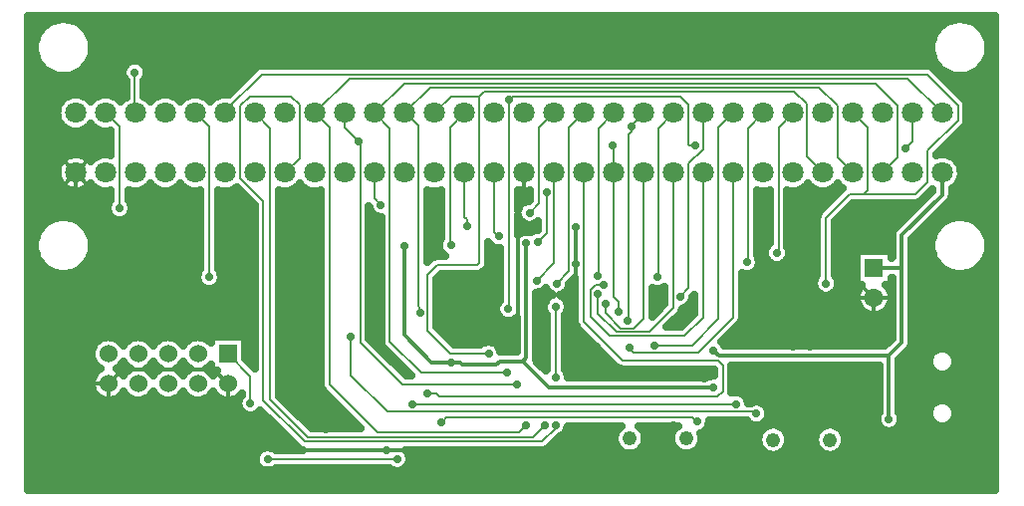
<source format=gbr>
G04 DipTrace 3.3.1.3*
G04 Bottom.gbr*
%MOIN*%
G04 #@! TF.FileFunction,Copper,L2,Bot*
G04 #@! TF.Part,Single*
G04 #@! TA.AperFunction,Conductor*
%ADD14C,0.011811*%
%ADD15C,0.005906*%
G04 #@! TA.AperFunction,CopperBalancing*
%ADD16C,0.025*%
%ADD17C,0.012992*%
G04 #@! TA.AperFunction,ComponentPad*
%ADD20R,0.062992X0.062992*%
%ADD21C,0.062992*%
%ADD23C,0.070866*%
%ADD27C,0.06*%
%ADD28R,0.06X0.06*%
%ADD35C,0.048*%
G04 #@! TA.AperFunction,ViaPad*
%ADD36C,0.027559*%
%FSLAX26Y26*%
G04*
G70*
G90*
G75*
G01*
G04 Bottom*
%LPD*%
X2718790Y768718D2*
D14*
X2168530D1*
X2080709Y856539D1*
X2003445D1*
X1992618Y845713D1*
X1877982D1*
X1870108Y853587D1*
X1840551D1*
X2080709Y856539D2*
X2092520Y868350D1*
Y1250591D1*
X1840551Y853587D2*
X1774379D1*
X1683858Y944108D1*
Y1242717D1*
X2718790Y893718D2*
X2737541Y874967D1*
X3306290D1*
X3349559Y918236D1*
Y1168701D1*
Y1277550D1*
X3484753Y1412744D1*
Y1487297D1*
X3306290Y874967D2*
Y662467D1*
X3349559Y1168701D2*
X3256201D1*
X2160958Y1423375D2*
D15*
Y1285794D1*
X2131472Y1256308D1*
X2784753Y1487297D2*
Y1003430D1*
X2668256Y886933D1*
X2452240D1*
X2437992Y901181D1*
X1584753Y1487297D2*
Y1400650D1*
X1606240Y1379163D1*
X2684753Y1487297D2*
Y1003430D1*
X2622946Y941623D1*
X2369948D1*
X2307264Y1004307D1*
Y1095850D1*
X2323957Y1112543D1*
X2350245D1*
X2584753Y1487297D2*
Y1035703D1*
X2503173Y954123D1*
X2394948D1*
X2332487Y1016584D1*
Y1080710D1*
X2190945Y801378D2*
Y1039148D1*
X2190213Y641613D2*
Y633727D1*
X2143974Y587488D1*
X1350140D1*
X1212539Y725089D1*
Y1390778D1*
X1135865Y1467453D1*
Y1713222D1*
X1166361Y1743718D1*
X1306290D1*
X1334337Y1715671D1*
Y1536881D1*
X1284753Y1487297D1*
X2356546Y1050171D2*
Y1017524D1*
X2407446Y966623D1*
X2451197D1*
X2484753Y1000180D1*
Y1487297D1*
X2401197Y1022873D2*
Y1054123D1*
X2384753Y1070567D1*
Y1487297D1*
Y1579123D1*
X2382446D1*
X2432446Y991623D2*
X2435453D1*
Y1616630D1*
X2443790Y1624967D1*
Y1643718D1*
Y1644782D1*
X2486304Y1687297D1*
X2484753D1*
X2584753D2*
X2533272Y1635815D1*
Y1137469D1*
X2531290D1*
X2684753Y1687297D2*
Y1565930D1*
X2636100Y1517277D1*
Y1101526D1*
X2607446Y1072873D1*
X2784753Y1687297D2*
X2735190Y1637734D1*
Y997618D1*
X2647946Y910374D1*
X2519948D1*
X2884753Y1687297D2*
X2834345Y1636888D1*
Y1187469D1*
X2831290D1*
X2984753Y1687297D2*
X2936504Y1639047D1*
Y1218718D1*
X2931290D1*
X782446Y1822873D2*
Y1687297D1*
X784753D1*
X1031290Y1137469D2*
Y1640760D1*
X984753Y1687297D1*
X1762541Y749967D2*
Y748799D1*
X1791413D1*
X1800039Y737469D1*
X2731291D1*
X2750039Y756217D1*
Y843718D1*
X2734600Y859157D1*
X2414913D1*
X2284753Y989318D1*
Y1487297D1*
X2194948Y1116623D2*
X2235672Y1157348D1*
Y1638215D1*
X2284753Y1687297D1*
X1894201Y1309194D2*
Y1330807D1*
X1884753Y1340255D1*
Y1487297D1*
X1784753Y1687297D2*
X1841175Y1743718D1*
X1934542D1*
X1951184Y1760360D1*
X2988711D1*
X3031290Y1717781D1*
Y1540760D1*
X3084753Y1487297D1*
X1934542Y1743718D2*
X1935787D1*
Y1185735D1*
X1929138Y1179085D1*
X1794924D1*
X1760630Y1144791D1*
Y960209D1*
X1838709Y882130D1*
X1966535D1*
X1684753Y1687297D2*
X1690133D1*
X1732748Y1644681D1*
Y1045022D1*
X1737992Y1019996D1*
X1684753Y1687297D2*
X1685573D1*
X1771803Y1773526D1*
X3072877D1*
X3134539Y1711864D1*
Y1537510D1*
X3184753Y1487297D1*
X2029528Y817533D2*
X1740239D1*
X1635966Y921806D1*
Y1636084D1*
X1584753Y1687297D1*
X1684047Y1786591D1*
X3262203D1*
X3335168Y1713626D1*
Y1537711D1*
X3284753Y1487297D1*
X2061024Y777799D2*
X1678909D1*
X1536852Y919857D1*
Y1593718D1*
X1531290D1*
X1484753Y1640255D1*
Y1687297D1*
X2092520Y643013D2*
X2068224Y618718D1*
X1593790D1*
X1434790Y777718D1*
Y1637260D1*
X1384753Y1687297D1*
X1500297Y1802840D1*
X3369210D1*
X3484753Y1687297D1*
X2659185Y1579995D2*
X2637825D1*
X2635134Y1582686D1*
Y1716539D1*
X2607955Y1743718D1*
X2048039D1*
X2034932Y1730610D1*
X3360630Y1568385D2*
X3384753Y1592508D1*
Y1687297D1*
X2034932Y1730610D2*
X2034881D1*
Y1031811D1*
X2032480D1*
X1184753Y1687297D2*
X1236049Y1636001D1*
Y727297D1*
X1361377Y601969D1*
X2115588D1*
X2155512Y641892D1*
X1084753Y1687297D2*
Y1693929D1*
X1207702Y1816878D1*
X3433024D1*
X3536799Y1713102D1*
Y1663067D1*
X3434661Y1560929D1*
Y1455888D1*
X3393486Y1414713D1*
X3221584D1*
X3173430D1*
X3094948Y1336230D1*
Y1116623D1*
X3221584Y1414713D2*
X3234205Y1427333D1*
Y1639260D1*
X3186168Y1687297D1*
X3184753D1*
X584753Y1487297D2*
D14*
Y1402881D1*
X631201Y1356433D1*
Y800125D1*
X650125Y781201D1*
X693701D1*
X1795374Y1126575D2*
X1872047Y1049902D1*
Y958972D1*
X1900710Y484563D2*
X1949899Y435374D1*
X2231230D1*
X2757446D1*
X1619529Y500245D2*
X1645315D1*
X1660997Y484563D1*
X1900710D1*
X1093701Y781201D2*
Y552799D1*
X1135773Y510727D1*
X1146255Y500245D1*
X1619529D1*
X693701Y781201D2*
X741417Y828917D1*
X1045984D1*
X1093701Y781201D1*
X2063919Y1283642D2*
Y1371293D1*
X2084753Y1392127D1*
Y1487297D1*
X1872047Y958972D2*
X2040354D1*
X2063919Y982537D1*
Y1283642D1*
X2687541Y799967D2*
X2600007D1*
X2581273Y818701D1*
X2386619D1*
X2259325Y945995D1*
Y1181769D1*
X2258773Y1306218D2*
Y1181769D1*
X2259325D1*
X2544948Y816623D2*
X2581273D1*
Y818701D1*
X1093701Y781201D2*
Y735845D1*
X1203829Y625717D1*
X1271803Y557743D1*
X1624533D1*
Y558573D1*
X2202568D1*
X2237734Y593739D1*
Y596911D1*
X2251197Y610374D1*
X3276197Y816623D2*
X3230327Y770753D1*
Y757181D1*
X3231290Y756218D1*
X3012539Y524969D2*
Y664626D1*
X3104131Y756218D1*
X3231290D1*
X2757446Y435374D2*
X3274966D1*
X3346199Y506608D1*
X3182310Y1337206D2*
Y1142592D1*
X3256201Y1068701D1*
X1203219Y625106D2*
X1203829Y625717D1*
X731290Y1368718D2*
D15*
Y1640760D1*
X684753Y1687297D1*
X2332446Y1141623D2*
X2334295D1*
Y1636839D1*
X2384753Y1687297D1*
X2126885Y1126845D2*
X2184753Y1184714D1*
Y1487297D1*
X2103547Y1353240D2*
X2134896Y1384589D1*
Y1637440D1*
X2184753Y1687297D1*
X2793790Y712469D2*
X1712678D1*
Y712501D1*
X1169252Y715996D2*
Y805650D1*
X1093701Y881201D1*
X1506290Y937469D2*
Y808119D1*
X1626942Y687467D1*
X2862541D1*
Y681218D1*
X1984753Y1487297D2*
Y1290253D1*
X2000039Y1274967D1*
X1809055Y653453D2*
X1806290Y650688D1*
X2663697Y654123D2*
X2649102Y668718D1*
X1825041D1*
X1809776Y653453D1*
X1809055D1*
X1660782Y529150D2*
X1227723D1*
X1226924Y528350D1*
X1840551Y1244685D2*
X1837692D1*
Y1274816D1*
X1836373Y1276135D1*
Y1638916D1*
X1884753Y1687297D1*
D36*
X1135773Y510727D3*
X1809055Y653453D3*
X2663697Y654123D3*
X1809055Y653453D3*
X3012451Y1337451D3*
X2887451D3*
X3182310Y1337206D3*
X3476459Y1338176D3*
X3658816Y2010028D3*
X427003Y2010399D3*
Y427343D3*
X3661083Y426318D3*
X899950Y1274950D3*
X1131201D3*
X1781290Y1343718D3*
X1287451Y1362450D3*
X1399950Y1362451D3*
X1287451Y1187451D3*
X1399950D3*
X1281014Y978306D3*
X1381201Y918701D3*
X1574950Y1024951D3*
X2990438Y1082689D3*
X3276197Y816623D3*
X3492386Y990209D3*
X2782442Y951993D3*
X2983883Y843559D3*
X2687541Y799967D3*
X2259325Y1181769D3*
X2258773Y1306218D3*
X2162451Y987450D3*
Y849950D3*
X1203219Y625106D3*
X1624533Y558573D3*
X2157448Y1054123D3*
X2049950Y912451D3*
X1343701Y1274950D3*
X1593701D3*
X1781201D3*
X2251197Y610374D3*
X2984652Y904551D3*
X2544948Y816623D3*
X2537451Y1043701D3*
X2700441Y599197D3*
X3231290Y756218D3*
X3254961Y602483D3*
X3012539Y524969D3*
X1422942Y630370D3*
X1343890Y681248D3*
X2969205Y641787D3*
X2571366Y971073D3*
X3346199Y506608D3*
X1713143Y447764D3*
X1347752Y452970D3*
X956042Y643087D3*
X2327163Y904545D3*
X822165Y1187782D3*
X820356Y1361794D3*
X2584125Y640986D3*
X3041322Y903971D3*
X3040298Y843724D3*
X1840551Y853587D3*
X1683858Y1242717D3*
X2092520Y1250591D3*
X3306290Y662467D3*
X2718790Y768718D3*
Y893718D3*
X2131472Y1256308D3*
X2160958Y1423375D3*
X1606240Y1379163D3*
X2437992Y901181D3*
X2350245Y1112543D3*
X2332487Y1080710D3*
X2190945Y1039148D3*
Y801378D3*
X2190213Y641613D3*
X2356546Y1050171D3*
X2382446Y1579123D3*
X2401197Y1022873D3*
X2443790Y1643718D3*
X2432446Y991623D3*
X2531290Y1137469D3*
X2607446Y1072873D3*
X2519948Y910374D3*
X2831290Y1187469D3*
X2931290Y1218718D3*
X782446Y1822873D3*
X1031290Y1137469D3*
X1762541Y749967D3*
X2194948Y1116623D3*
X1894201Y1309194D3*
X1966535Y882130D3*
X1737992Y1019996D3*
X2029528Y817533D3*
X2061024Y777799D3*
X1531290Y1593718D3*
X2092520Y643013D3*
X2032480Y1031811D3*
X2659185Y1579995D3*
X3360630Y1568385D3*
X2034932Y1730610D3*
X2155512Y641892D3*
X3094948Y1116623D3*
X2862541Y681218D3*
X1506290Y937469D3*
X1712678Y712501D3*
X2793790Y712469D3*
X1619529Y500245D3*
X2063919Y1283642D3*
X1900710Y484563D3*
X1872047Y958972D3*
X2757446Y435374D3*
X1795374Y1126575D3*
X731290Y1368718D3*
X2332446Y1141623D3*
X2126885Y1126845D3*
X2103547Y1353240D3*
X1169252Y715996D3*
X2000039Y1274967D3*
X1226924Y528350D3*
X1660782Y529150D3*
X1840551Y1244685D3*
X427909Y1987597D2*
D16*
X491448D1*
X595954D2*
X3491474D1*
X3595945D2*
X3660381D1*
X427909Y1962728D2*
X464356D1*
X623047D2*
X3464381D1*
X3623037D2*
X3660381D1*
X427909Y1937860D2*
X451222D1*
X636181D2*
X3451211D1*
X3636171D2*
X3660381D1*
X427909Y1912991D2*
X446054D1*
X641348D2*
X3446045D1*
X3641337D2*
X3660381D1*
X427909Y1888122D2*
X447525D1*
X639877D2*
X3447551D1*
X3639866D2*
X3660381D1*
X427909Y1863253D2*
X456030D1*
X631373D2*
X3456020D1*
X3631362D2*
X3660381D1*
X427909Y1838385D2*
X474115D1*
X613286D2*
X742781D1*
X822097D2*
X1185089D1*
X3455638D2*
X3474105D1*
X3613277D2*
X3660381D1*
X427909Y1813516D2*
X518648D1*
X568755D2*
X740772D1*
X824106D2*
X1160185D1*
X3480541D2*
X3518638D1*
X3568744D2*
X3660381D1*
X427909Y1788647D2*
X750496D1*
X814382D2*
X1135318D1*
X3505408D2*
X3660381D1*
X427909Y1763778D2*
X750496D1*
X814382D2*
X1110450D1*
X3530277D2*
X3660381D1*
X427909Y1738909D2*
X548037D1*
X621469D2*
X648046D1*
X721478D2*
X748020D1*
X821487D2*
X848029D1*
X921461D2*
X948038D1*
X1021470D2*
X1048047D1*
X3555144D2*
X3660381D1*
X427909Y1714041D2*
X526399D1*
X3568744D2*
X3660381D1*
X427909Y1689172D2*
X520370D1*
X3568744D2*
X3660381D1*
X427909Y1664303D2*
X524748D1*
X3568744D2*
X3660381D1*
X427909Y1639434D2*
X542978D1*
X626564D2*
X642951D1*
X3557297D2*
X3660381D1*
X427909Y1614566D2*
X699361D1*
X3532429D2*
X3660381D1*
X427909Y1589697D2*
X699361D1*
X3507562D2*
X3660381D1*
X427909Y1564828D2*
X699361D1*
X3482694D2*
X3660381D1*
X427909Y1539959D2*
X549688D1*
X619818D2*
X649661D1*
X3519835D2*
X3660381D1*
X427909Y1515091D2*
X526902D1*
X3542584D2*
X3660381D1*
X427909Y1490222D2*
X520407D1*
X3549115D2*
X3660381D1*
X427909Y1465353D2*
X524353D1*
X3545168D2*
X3660381D1*
X427909Y1440484D2*
X541722D1*
X627783D2*
X641731D1*
X827802D2*
X841714D1*
X927776D2*
X941723D1*
X1327777D2*
X1341723D1*
X3027790D2*
X3041701D1*
X3127799D2*
X3141710D1*
X3527801D2*
X3660381D1*
X427909Y1415615D2*
X699361D1*
X763247D2*
X999353D1*
X1063239D2*
X1143571D1*
X1267993D2*
X1402835D1*
X1764702D2*
X1804415D1*
X2066811D2*
X2102934D1*
X2866276D2*
X2904551D1*
X2968437D2*
X3130192D1*
X3519655D2*
X3660381D1*
X427909Y1390747D2*
X695091D1*
X767517D2*
X999353D1*
X1063239D2*
X1168438D1*
X1267993D2*
X1402835D1*
X1764702D2*
X1804415D1*
X2066811D2*
X2086392D1*
X2866276D2*
X2904551D1*
X2968437D2*
X3105324D1*
X3511042D2*
X3660381D1*
X427909Y1365878D2*
X688631D1*
X773976D2*
X999353D1*
X1063239D2*
X1180604D1*
X1267993D2*
X1402835D1*
X1764702D2*
X1804415D1*
X2866276D2*
X2904551D1*
X2968437D2*
X3080455D1*
X3168743D2*
X3389563D1*
X3486210D2*
X3660381D1*
X427909Y1341009D2*
X699576D1*
X763031D2*
X999353D1*
X1063239D2*
X1180604D1*
X1267993D2*
X1402835D1*
X1568811D2*
X1590867D1*
X1764702D2*
X1804415D1*
X2866276D2*
X2904551D1*
X2968437D2*
X3063375D1*
X3143875D2*
X3364694D1*
X3461343D2*
X3660381D1*
X427909Y1316140D2*
X479139D1*
X608262D2*
X999353D1*
X1063239D2*
X1180604D1*
X1267993D2*
X1402835D1*
X1568811D2*
X1604037D1*
X1764702D2*
X1804415D1*
X2066811D2*
X2085387D1*
X2866276D2*
X2904551D1*
X2968437D2*
X3063016D1*
X3126902D2*
X3339827D1*
X3436475D2*
X3479130D1*
X3608253D2*
X3660381D1*
X427909Y1291272D2*
X458507D1*
X628896D2*
X999353D1*
X1063239D2*
X1180604D1*
X1267993D2*
X1402835D1*
X1568811D2*
X1604037D1*
X1764702D2*
X1804415D1*
X2066811D2*
X2108999D1*
X2866276D2*
X2904551D1*
X2968437D2*
X3063016D1*
X3126902D2*
X3317722D1*
X3411608D2*
X3458531D1*
X3628886D2*
X3660381D1*
X427909Y1266403D2*
X448566D1*
X638836D2*
X999353D1*
X1063239D2*
X1180604D1*
X1267993D2*
X1402835D1*
X1568811D2*
X1604037D1*
X1764702D2*
X1804127D1*
X2866276D2*
X2904551D1*
X2968437D2*
X3063016D1*
X3126902D2*
X3314672D1*
X3386740D2*
X3448556D1*
X3638862D2*
X3660381D1*
X427909Y1241534D2*
X445839D1*
X641563D2*
X999353D1*
X1063239D2*
X1180604D1*
X1267993D2*
X1402835D1*
X1568811D2*
X1604037D1*
X1764702D2*
X1797919D1*
X2866276D2*
X2895617D1*
X2968437D2*
X3063016D1*
X3126902D2*
X3314672D1*
X3384444D2*
X3445829D1*
X3641554D2*
X3660381D1*
X427909Y1216665D2*
X449714D1*
X637688D2*
X999353D1*
X1063239D2*
X1180604D1*
X1267993D2*
X1402835D1*
X1568811D2*
X1604037D1*
X1764702D2*
X1809115D1*
X1967735D2*
X2002925D1*
X2866276D2*
X2888583D1*
X2974000D2*
X3063016D1*
X3126902D2*
X3195717D1*
X3384444D2*
X3449740D1*
X3637677D2*
X3660381D1*
X427909Y1191797D2*
X461161D1*
X626241D2*
X999353D1*
X1063239D2*
X1180604D1*
X1267993D2*
X1402835D1*
X1568811D2*
X1604037D1*
X1967735D2*
X2002925D1*
X2873811D2*
X2898846D1*
X2963736D2*
X3063016D1*
X3126902D2*
X3195717D1*
X3384444D2*
X3461151D1*
X3626231D2*
X3660381D1*
X427909Y1166928D2*
X484594D1*
X602808D2*
X999353D1*
X1063239D2*
X1180604D1*
X1267993D2*
X1402835D1*
X1568811D2*
X1604037D1*
X1960953D2*
X2002925D1*
X2868428D2*
X3063016D1*
X3126902D2*
X3195717D1*
X3384444D2*
X3484584D1*
X3602798D2*
X3660381D1*
X427909Y1142059D2*
X988766D1*
X1073789D2*
X1180604D1*
X1267993D2*
X1402835D1*
X1568811D2*
X1604037D1*
X1802022D2*
X2002925D1*
X2816684D2*
X3061222D1*
X3128660D2*
X3195717D1*
X3384444D2*
X3660381D1*
X427909Y1117190D2*
X994005D1*
X1068585D2*
X1180604D1*
X1267993D2*
X1402835D1*
X1568811D2*
X1604037D1*
X1792584D2*
X2002925D1*
X2239665D2*
X2252823D1*
X2816684D2*
X3052180D1*
X3137703D2*
X3195717D1*
X3384444D2*
X3660381D1*
X427909Y1092322D2*
X1180604D1*
X1267993D2*
X1402835D1*
X1568811D2*
X1604037D1*
X1792584D2*
X2002925D1*
X2229546D2*
X2252823D1*
X2516692D2*
X2552815D1*
X2816684D2*
X3060325D1*
X3129558D2*
X3200740D1*
X3384444D2*
X3660381D1*
X427909Y1067453D2*
X1180604D1*
X1267993D2*
X1402835D1*
X1568811D2*
X1604037D1*
X1792584D2*
X2002925D1*
X2127420D2*
X2159811D1*
X2222083D2*
X2252823D1*
X2516692D2*
X2552815D1*
X2816684D2*
X3195717D1*
X3384444D2*
X3660381D1*
X427909Y1042584D2*
X1180604D1*
X1267993D2*
X1402835D1*
X1568811D2*
X1604037D1*
X1792584D2*
X1991192D1*
X2127420D2*
X2148328D1*
X2233566D2*
X2252823D1*
X2516692D2*
X2547504D1*
X2636472D2*
X2652824D1*
X2816684D2*
X3201924D1*
X3384444D2*
X3660381D1*
X427909Y1017715D2*
X1180604D1*
X1267993D2*
X1402835D1*
X1568811D2*
X1604037D1*
X1792584D2*
X1992268D1*
X2127420D2*
X2154357D1*
X2227537D2*
X2252823D1*
X2610564D2*
X2652824D1*
X2816684D2*
X3226073D1*
X3286336D2*
X3314672D1*
X3384444D2*
X3660381D1*
X427909Y992846D2*
X1180604D1*
X1267993D2*
X1402835D1*
X1568811D2*
X1604037D1*
X1792584D2*
X2019791D1*
X2127420D2*
X2158986D1*
X2222871D2*
X2252823D1*
X2586055D2*
X2630038D1*
X2814745D2*
X3314672D1*
X3384444D2*
X3660381D1*
X427909Y967978D2*
X1180604D1*
X1267993D2*
X1402835D1*
X1568811D2*
X1604037D1*
X1796999D2*
X2057613D1*
X2127420D2*
X2158986D1*
X2222871D2*
X2261938D1*
X2793430D2*
X3314672D1*
X3384444D2*
X3660381D1*
X427909Y943109D2*
X1180604D1*
X1267993D2*
X1402835D1*
X1568811D2*
X1604037D1*
X1821866D2*
X2057613D1*
X2127420D2*
X2158986D1*
X2222871D2*
X2286806D1*
X2768563D2*
X3314672D1*
X3384444D2*
X3660381D1*
X427909Y918240D2*
X648549D1*
X1152698D2*
X1180604D1*
X1267993D2*
X1402835D1*
X1582626D2*
X1604252D1*
X1846734D2*
X1946193D1*
X1986862D2*
X2057613D1*
X2127420D2*
X2158986D1*
X2222871D2*
X2311673D1*
X2753240D2*
X3301252D1*
X3384444D2*
X3660381D1*
X427909Y893371D2*
X636025D1*
X1152698D2*
X1180604D1*
X1267993D2*
X1402835D1*
X1607493D2*
X1620257D1*
X2007710D2*
X2057613D1*
X2127420D2*
X2158986D1*
X2222871D2*
X2336541D1*
X3372996D2*
X3458029D1*
X3509894D2*
X3660381D1*
X427909Y868503D2*
X636169D1*
X1152698D2*
X1180604D1*
X1267993D2*
X1402835D1*
X1632362D2*
X1645125D1*
X2127420D2*
X2158986D1*
X2222871D2*
X2361445D1*
X3348129D2*
X3439083D1*
X3528841D2*
X3660381D1*
X427909Y843634D2*
X649016D1*
X1267993D2*
X1402835D1*
X1657230D2*
X1669992D1*
X2141917D2*
X2158986D1*
X2222871D2*
X2386312D1*
X3341202D2*
X3438975D1*
X3528949D2*
X3660381D1*
X427909Y818765D2*
X649016D1*
X1267993D2*
X1402835D1*
X1682097D2*
X1694860D1*
X2229761D2*
X2718097D1*
X2781983D2*
X3271396D1*
X3341202D2*
X3457455D1*
X3510504D2*
X3660381D1*
X427909Y793896D2*
X636169D1*
X1267993D2*
X1402835D1*
X2781983D2*
X3271396D1*
X3341202D2*
X3660381D1*
X427909Y769028D2*
X636025D1*
X1267993D2*
X1404163D1*
X2781983D2*
X3271396D1*
X3341202D2*
X3660381D1*
X427909Y744159D2*
X648549D1*
X1267993D2*
X1424222D1*
X2821133D2*
X3271396D1*
X3341202D2*
X3660381D1*
X427909Y719290D2*
X1126598D1*
X1288197D2*
X1449089D1*
X2878154D2*
X3271396D1*
X3341202D2*
X3456738D1*
X3511186D2*
X3660381D1*
X427909Y694421D2*
X1132734D1*
X1313064D2*
X1473957D1*
X2903093D2*
X3271396D1*
X3341202D2*
X3438867D1*
X3529092D2*
X3660381D1*
X427909Y669552D2*
X1223951D1*
X1337932D2*
X1498824D1*
X2903594D2*
X3264147D1*
X3348451D2*
X3439226D1*
X3528697D2*
X3660381D1*
X427909Y644684D2*
X1248819D1*
X1362799D2*
X1523693D1*
X2705335D2*
X2843083D1*
X2881992D2*
X3267664D1*
X3344934D2*
X3458819D1*
X3509105D2*
X3660381D1*
X427909Y619815D2*
X1273688D1*
X2226568D2*
X2390726D1*
X2486656D2*
X2580732D1*
X2687285D2*
X2873081D1*
X2964526D2*
X3063052D1*
X3154497D2*
X3660381D1*
X427909Y594946D2*
X1298555D1*
X2195564D2*
X2385774D1*
X2491609D2*
X2575781D1*
X2681615D2*
X2865797D1*
X2971774D2*
X3055803D1*
X3161782D2*
X3660381D1*
X427909Y570077D2*
X1323423D1*
X2170697D2*
X2394028D1*
X2483356D2*
X2584034D1*
X2673362D2*
X2871682D1*
X2965890D2*
X3061689D1*
X3155896D2*
X3660381D1*
X427909Y545209D2*
X1187852D1*
X1700219D2*
X2902291D1*
X2935316D2*
X3092262D1*
X3125287D2*
X3660381D1*
X427909Y520340D2*
X1184946D1*
X1702587D2*
X3660381D1*
X427909Y495471D2*
X1201165D1*
X1252671D2*
X1636189D1*
X1685362D2*
X3660381D1*
X427909Y470602D2*
X3660381D1*
X427909Y445734D2*
X3660381D1*
X3207399Y1226689D2*
X3314189D1*
Y1201104D1*
X3317161Y1205446D1*
X3317261Y1280092D1*
X3318056Y1285113D1*
X3319627Y1289948D1*
X3321936Y1294478D1*
X3324924Y1298591D1*
X3372121Y1345929D1*
X3452378Y1426186D1*
X3452356Y1431942D1*
X3412609Y1392323D1*
X3408870Y1389606D1*
X3404753Y1387509D1*
X3400360Y1386081D1*
X3395795Y1385358D1*
X3310808Y1385268D1*
X3185592D1*
X3124396Y1324037D1*
X3124392Y1144070D1*
X3127528Y1140294D1*
X3130829Y1134907D1*
X3133248Y1129068D1*
X3134723Y1122924D1*
X3135219Y1116623D1*
X3134723Y1110323D1*
X3133248Y1104178D1*
X3130829Y1098340D1*
X3127528Y1092953D1*
X3123424Y1088147D1*
X3118618Y1084043D1*
X3113231Y1080741D1*
X3107392Y1078323D1*
X3101248Y1076848D1*
X3094948Y1076352D1*
X3088647Y1076848D1*
X3082503Y1078323D1*
X3076664Y1080741D1*
X3071277Y1084043D1*
X3066471Y1088147D1*
X3062367Y1092953D1*
X3059066Y1098340D1*
X3056647Y1104178D1*
X3055172Y1110323D1*
X3054676Y1116623D1*
X3055172Y1122924D1*
X3056647Y1129068D1*
X3059066Y1134907D1*
X3062367Y1140294D1*
X3065503Y1144182D1*
X3065593Y1338539D1*
X3066316Y1343104D1*
X3067744Y1347497D1*
X3069841Y1351614D1*
X3072558Y1355353D1*
X3132588Y1415512D1*
X3151898Y1434822D1*
X3144535Y1440209D1*
X3137665Y1447079D1*
X3134761Y1450764D1*
X3128541Y1443509D1*
X3121152Y1437198D1*
X3112866Y1432121D1*
X3103890Y1428402D1*
X3094441Y1426134D1*
X3084753Y1425371D1*
X3075066Y1426134D1*
X3065617Y1428402D1*
X3056640Y1432121D1*
X3048354Y1437198D1*
X3040966Y1443509D1*
X3034761Y1450764D1*
X3028541Y1443509D1*
X3021152Y1437198D1*
X3012866Y1432121D1*
X3003890Y1428402D1*
X2994441Y1426134D1*
X2984753Y1425371D1*
X2975066Y1426134D1*
X2965965Y1428304D1*
X2965949Y1239261D1*
X2968496Y1234129D1*
X2970449Y1228119D1*
X2971437Y1221878D1*
Y1215558D1*
X2970449Y1209316D1*
X2968496Y1203307D1*
X2965627Y1197676D1*
X2961913Y1192563D1*
X2957445Y1188094D1*
X2952332Y1184381D1*
X2946701Y1181512D1*
X2940692Y1179559D1*
X2934450Y1178571D1*
X2928130D1*
X2921888Y1179559D1*
X2915879Y1181512D1*
X2910248Y1184381D1*
X2905135Y1188094D1*
X2900667Y1192563D1*
X2896953Y1197676D1*
X2894084Y1203307D1*
X2892131Y1209316D1*
X2891143Y1215558D1*
Y1221878D1*
X2892131Y1228119D1*
X2894084Y1234129D1*
X2896953Y1239760D1*
X2900667Y1244873D1*
X2905135Y1249341D1*
X2907066Y1250862D1*
X2907059Y1429538D1*
X2899210Y1427083D1*
X2889612Y1425562D1*
X2879895D1*
X2870297Y1427083D1*
X2863782Y1429079D1*
X2863870Y1211139D1*
X2867172Y1205752D1*
X2869591Y1199913D1*
X2871066Y1193769D1*
X2871562Y1187469D1*
X2871066Y1181168D1*
X2869591Y1175024D1*
X2867172Y1169185D1*
X2863870Y1163798D1*
X2859766Y1158992D1*
X2854961Y1154888D1*
X2849573Y1151587D1*
X2843735Y1149168D1*
X2837591Y1147693D1*
X2831290Y1147197D1*
X2824990Y1147693D1*
X2818845Y1149168D1*
X2814207Y1151033D1*
X2814108Y1001121D1*
X2813385Y996556D1*
X2811957Y992163D1*
X2809860Y988046D1*
X2807143Y984307D1*
X2746173Y923209D1*
X2749413Y919873D1*
X2753127Y914760D1*
X2755996Y909129D1*
X2756651Y907356D1*
X3292849Y907365D1*
X3317154Y931648D1*
X3317161Y1136304D1*
X3314189Y1134825D1*
Y1110713D1*
X3296139D1*
X3300294Y1106362D1*
X3304701Y1100487D1*
X3308329Y1094102D1*
X3311122Y1087310D1*
X3313034Y1080218D1*
X3314034Y1072942D1*
X3314072Y1065029D1*
X3313144Y1057744D1*
X3311303Y1050634D1*
X3308577Y1043814D1*
X3305012Y1037394D1*
X3300663Y1031475D1*
X3295601Y1026154D1*
X3289908Y1021516D1*
X3283673Y1017634D1*
X3276999Y1014571D1*
X3269990Y1012375D1*
X3262760Y1011085D1*
X3255425Y1010718D1*
X3248102Y1011281D1*
X3240909Y1012765D1*
X3233962Y1015146D1*
X3227371Y1018387D1*
X3221243Y1022434D1*
X3215676Y1027223D1*
X3210759Y1032678D1*
X3206570Y1038711D1*
X3203177Y1045224D1*
X3200635Y1052114D1*
X3198984Y1059270D1*
X3198252Y1066579D1*
X3198448Y1073920D1*
X3199571Y1081178D1*
X3201602Y1088235D1*
X3204509Y1094980D1*
X3208245Y1101303D1*
X3212751Y1107102D1*
X3216235Y1110709D1*
X3198213Y1110713D1*
Y1226689D1*
X3207399D1*
X3546488Y1482438D2*
X3544967Y1472840D1*
X3541965Y1463598D1*
X3537554Y1454941D1*
X3531841Y1447079D1*
X3524971Y1440209D1*
X3517156Y1434529D1*
X3517051Y1410202D1*
X3516256Y1405181D1*
X3514685Y1400346D1*
X3512377Y1395816D1*
X3509388Y1391703D1*
X3462192Y1344365D1*
X3381934Y1264108D1*
X3381857Y915694D1*
X3381062Y910673D1*
X3379491Y905839D1*
X3377182Y901308D1*
X3374194Y897196D1*
X3338696Y861555D1*
X3338870Y686138D1*
X3342172Y680751D1*
X3344591Y674912D1*
X3346066Y668768D1*
X3346562Y662467D1*
X3346066Y656167D1*
X3344591Y650022D1*
X3342172Y644184D1*
X3338870Y638797D1*
X3334766Y633991D1*
X3329961Y629887D1*
X3324573Y626585D1*
X3318735Y624167D1*
X3312591Y622692D1*
X3306290Y622196D1*
X3299990Y622692D1*
X3293845Y624167D1*
X3288007Y626585D1*
X3282619Y629887D1*
X3277814Y633991D1*
X3273710Y638797D1*
X3270408Y644184D1*
X3267990Y650022D1*
X3266514Y656167D1*
X3266018Y662467D1*
X3266514Y668768D1*
X3267990Y674912D1*
X3270408Y680751D1*
X3273886Y686361D1*
X3273892Y842570D1*
X2779474D1*
X2779394Y753907D1*
X2779121Y751601D1*
X2781345Y750769D1*
X2787490Y752244D1*
X2793790Y752740D1*
X2800091Y752244D1*
X2806235Y750769D1*
X2812073Y748350D1*
X2817461Y745049D1*
X2822266Y740945D1*
X2826370Y736139D1*
X2829672Y730752D1*
X2832091Y724913D1*
X2833566Y718769D1*
X2833785Y716916D1*
X2844257Y717100D1*
X2850096Y719518D1*
X2856240Y720993D1*
X2862541Y721490D1*
X2868841Y720993D1*
X2874986Y719518D1*
X2880824Y717100D1*
X2886211Y713798D1*
X2891017Y709694D1*
X2895121Y704888D1*
X2898423Y699501D1*
X2900841Y693663D1*
X2902316Y687518D1*
X2902812Y681218D1*
X2902316Y674917D1*
X2900841Y668773D1*
X2898423Y662934D1*
X2895121Y657547D1*
X2891017Y652741D1*
X2886211Y648638D1*
X2880824Y645336D1*
X2874986Y642917D1*
X2868841Y641442D1*
X2862541Y640946D1*
X2856240Y641442D1*
X2850096Y642917D1*
X2844257Y645336D1*
X2838870Y648638D1*
X2834064Y652741D1*
X2829638Y658029D1*
X2703753Y658022D1*
X2703844Y650963D1*
X2702856Y644722D1*
X2700903Y638713D1*
X2698034Y633081D1*
X2694320Y627969D1*
X2689852Y623500D1*
X2684739Y619786D1*
X2679108Y616917D1*
X2675916Y615759D1*
X2677794Y609660D1*
X2679033Y601835D1*
Y593911D1*
X2677794Y586085D1*
X2675345Y578550D1*
X2671748Y571491D1*
X2667092Y565080D1*
X2661490Y559478D1*
X2655079Y554822D1*
X2648020Y551224D1*
X2640484Y548776D1*
X2632659Y547537D1*
X2624735D1*
X2616909Y548776D1*
X2609374Y551224D1*
X2602315Y554822D1*
X2595904Y559478D1*
X2590302Y565080D1*
X2585646Y571491D1*
X2582049Y578550D1*
X2579600Y586085D1*
X2578361Y593911D1*
Y601835D1*
X2579600Y609660D1*
X2582049Y617196D1*
X2585646Y624255D1*
X2590302Y630665D1*
X2595904Y636268D1*
X2599856Y639281D1*
X2467636Y639273D1*
X2474400Y633576D1*
X2479546Y627551D1*
X2483685Y620795D1*
X2486718Y613475D1*
X2488567Y605772D1*
X2489189Y597873D1*
X2488567Y589974D1*
X2486718Y582270D1*
X2483685Y574950D1*
X2479546Y568194D1*
X2474400Y562169D1*
X2468375Y557024D1*
X2461619Y552885D1*
X2454299Y549852D1*
X2446596Y548003D1*
X2438697Y547381D1*
X2430798Y548003D1*
X2423094Y549852D1*
X2415774Y552885D1*
X2409018Y557024D1*
X2402993Y562169D1*
X2397848Y568194D1*
X2393709Y574950D1*
X2390676Y582270D1*
X2388827Y589974D1*
X2388205Y597873D1*
X2388827Y605772D1*
X2390676Y613475D1*
X2393709Y620795D1*
X2397848Y627551D1*
X2402993Y633576D1*
X2409018Y638722D1*
X2409856Y639281D1*
X2230441Y639273D1*
X2229371Y632211D1*
X2227419Y626202D1*
X2224550Y620571D1*
X2220836Y615458D1*
X2216367Y610990D1*
X2211255Y607276D1*
X2205623Y604407D1*
X2200957Y602833D1*
X2163097Y565098D1*
X2159358Y562382D1*
X2155241Y560285D1*
X2150848Y558857D1*
X2146283Y558134D1*
X2061297Y558043D1*
X1688854D1*
X1693362Y552820D1*
X1696664Y547433D1*
X1699083Y541594D1*
X1700558Y535450D1*
X1701054Y529150D1*
X1700558Y522849D1*
X1699083Y516705D1*
X1696664Y510866D1*
X1693362Y505479D1*
X1689259Y500673D1*
X1684453Y496570D1*
X1679066Y493268D1*
X1673227Y490849D1*
X1667083Y489374D1*
X1660782Y488878D1*
X1654482Y489374D1*
X1648337Y490849D1*
X1642499Y493268D1*
X1637112Y496570D1*
X1633223Y499705D1*
X1255255D1*
X1250594Y495770D1*
X1245207Y492469D1*
X1239369Y490050D1*
X1233224Y488575D1*
X1226924Y488079D1*
X1220623Y488575D1*
X1214479Y490050D1*
X1208640Y492469D1*
X1203253Y495770D1*
X1198448Y499874D1*
X1194344Y504680D1*
X1191042Y510067D1*
X1188623Y515906D1*
X1187148Y522050D1*
X1186652Y528350D1*
X1187148Y534651D1*
X1188623Y540795D1*
X1191042Y546634D1*
X1194344Y552021D1*
X1198448Y556827D1*
X1203253Y560930D1*
X1208640Y564232D1*
X1214479Y566651D1*
X1220623Y568126D1*
X1226924Y568622D1*
X1233224Y568126D1*
X1239369Y566651D1*
X1245207Y564232D1*
X1250594Y560930D1*
X1253487Y558596D1*
X1344454Y558594D1*
X1338873Y560285D1*
X1334756Y562382D1*
X1331017Y565098D1*
X1270858Y625129D1*
X1202577Y693411D1*
X1199875Y689841D1*
X1195407Y685373D1*
X1190294Y681659D1*
X1184663Y678790D1*
X1178654Y676837D1*
X1172412Y675849D1*
X1166092D1*
X1159850Y676837D1*
X1153841Y678790D1*
X1148210Y681659D1*
X1143097Y685373D1*
X1138629Y689841D1*
X1134915Y694954D1*
X1132046Y700585D1*
X1130093Y706594D1*
X1129105Y712836D1*
Y719156D1*
X1130093Y725398D1*
X1132046Y731407D1*
X1134915Y737038D1*
X1138629Y742151D1*
X1139807Y743555D1*
X1139747Y748472D1*
X1135112Y742776D1*
X1129777Y737728D1*
X1123833Y733416D1*
X1117379Y729911D1*
X1110526Y727272D1*
X1103387Y725546D1*
X1096087Y724759D1*
X1088744Y724927D1*
X1081486Y726045D1*
X1074434Y728096D1*
X1067707Y731043D1*
X1061421Y734840D1*
X1055680Y739419D1*
X1050580Y744703D1*
X1046210Y750606D1*
X1043703Y754916D1*
X1039404Y747996D1*
X1033647Y741255D1*
X1026906Y735497D1*
X1019348Y730866D1*
X1011157Y727474D1*
X1002538Y725404D1*
X993701Y724709D1*
X984864Y725404D1*
X976244Y727474D1*
X968054Y730866D1*
X960496Y735497D1*
X953755Y741255D1*
X947997Y747996D1*
X943713Y754934D1*
X939404Y747996D1*
X933647Y741255D1*
X926906Y735497D1*
X919348Y730866D1*
X911157Y727474D1*
X902538Y725404D1*
X893701Y724709D1*
X884864Y725404D1*
X876244Y727474D1*
X868054Y730866D1*
X860496Y735497D1*
X853755Y741255D1*
X847997Y747996D1*
X843713Y754934D1*
X839404Y747996D1*
X833647Y741255D1*
X826906Y735497D1*
X819348Y730866D1*
X811157Y727474D1*
X802538Y725404D1*
X793701Y724709D1*
X784864Y725404D1*
X776244Y727474D1*
X768054Y730866D1*
X760496Y735497D1*
X753755Y741255D1*
X747997Y747996D1*
X743713Y754934D1*
X739747Y748472D1*
X735112Y742776D1*
X729777Y737728D1*
X723833Y733416D1*
X717379Y729911D1*
X710526Y727272D1*
X703387Y725546D1*
X696087Y724759D1*
X688744Y724927D1*
X681486Y726045D1*
X674434Y728096D1*
X667707Y731043D1*
X661421Y734840D1*
X655680Y739419D1*
X650580Y744703D1*
X646210Y750606D1*
X642643Y757025D1*
X639938Y763853D1*
X638142Y770974D1*
X637285Y778268D1*
X637381Y785610D1*
X638429Y792879D1*
X640411Y799951D1*
X643294Y806706D1*
X647028Y813029D1*
X651551Y818815D1*
X656787Y823965D1*
X662647Y828391D1*
X667411Y831202D1*
X660496Y835497D1*
X653755Y841255D1*
X647997Y847996D1*
X643366Y855554D1*
X639974Y863744D1*
X637904Y872364D1*
X637209Y881201D1*
X637904Y890038D1*
X639974Y898657D1*
X643366Y906848D1*
X647997Y914406D1*
X653755Y921147D1*
X660496Y926904D1*
X668054Y931535D1*
X676244Y934928D1*
X684864Y936997D1*
X693701Y937693D1*
X702538Y936997D1*
X711157Y934928D1*
X719348Y931535D1*
X726906Y926904D1*
X733647Y921147D1*
X739404Y914406D1*
X743689Y907467D1*
X747997Y914406D1*
X753755Y921147D1*
X760496Y926904D1*
X768054Y931535D1*
X776244Y934928D1*
X784864Y936997D1*
X793701Y937693D1*
X802538Y936997D1*
X811157Y934928D1*
X819348Y931535D1*
X826906Y926904D1*
X833647Y921147D1*
X839404Y914406D1*
X843689Y907467D1*
X847997Y914406D1*
X853755Y921147D1*
X860496Y926904D1*
X868054Y931535D1*
X876244Y934928D1*
X884864Y936997D1*
X893701Y937693D1*
X902538Y936997D1*
X911157Y934928D1*
X919348Y931535D1*
X926906Y926904D1*
X933647Y921147D1*
X939404Y914406D1*
X943689Y907467D1*
X947997Y914406D1*
X953755Y921147D1*
X960496Y926904D1*
X968054Y931535D1*
X976244Y934928D1*
X984864Y936997D1*
X993701Y937693D1*
X1002538Y936997D1*
X1011157Y934928D1*
X1019348Y931535D1*
X1026906Y926904D1*
X1033647Y921147D1*
X1037205Y917196D1*
X1037209Y937693D1*
X1150193D1*
Y866319D1*
X1183108Y833436D1*
X1183094Y1378576D1*
X1123031Y1438644D1*
X1117109Y1434496D1*
X1108451Y1430085D1*
X1099210Y1427083D1*
X1089612Y1425562D1*
X1079895D1*
X1070297Y1427083D1*
X1061055Y1430085D1*
X1060728Y1430236D1*
X1060735Y1164971D1*
X1063870Y1161139D1*
X1067172Y1155752D1*
X1069591Y1149913D1*
X1071066Y1143769D1*
X1071562Y1137469D1*
X1071066Y1131168D1*
X1069591Y1125024D1*
X1067172Y1119185D1*
X1063870Y1113798D1*
X1059766Y1108992D1*
X1054961Y1104888D1*
X1049573Y1101587D1*
X1043735Y1099168D1*
X1037591Y1097693D1*
X1031290Y1097197D1*
X1024990Y1097693D1*
X1018845Y1099168D1*
X1013007Y1101587D1*
X1007619Y1104888D1*
X1002814Y1108992D1*
X998710Y1113798D1*
X995408Y1119185D1*
X992990Y1125024D1*
X991514Y1131168D1*
X991018Y1137469D1*
X991514Y1143769D1*
X992990Y1149913D1*
X995408Y1155752D1*
X998710Y1161139D1*
X1001845Y1165028D1*
Y1427807D1*
X994441Y1426134D1*
X984753Y1425371D1*
X975066Y1426134D1*
X965617Y1428402D1*
X956640Y1432121D1*
X948354Y1437198D1*
X940966Y1443509D1*
X934761Y1450764D1*
X928541Y1443509D1*
X921152Y1437198D1*
X912866Y1432121D1*
X903890Y1428402D1*
X894441Y1426134D1*
X884753Y1425371D1*
X875066Y1426134D1*
X865617Y1428402D1*
X856640Y1432121D1*
X848354Y1437198D1*
X840966Y1443509D1*
X834761Y1450764D1*
X828541Y1443509D1*
X821152Y1437198D1*
X812866Y1432121D1*
X803890Y1428402D1*
X794441Y1426134D1*
X784753Y1425371D1*
X775066Y1426134D1*
X765617Y1428402D1*
X760728Y1430236D1*
X760735Y1396209D1*
X763870Y1392388D1*
X767172Y1387001D1*
X769591Y1381163D1*
X771066Y1375018D1*
X771562Y1368718D1*
X771066Y1362417D1*
X769591Y1356273D1*
X767172Y1350434D1*
X763870Y1345047D1*
X759766Y1340241D1*
X754961Y1336138D1*
X749573Y1332836D1*
X743735Y1330417D1*
X737591Y1328942D1*
X731290Y1328446D1*
X724990Y1328942D1*
X718845Y1330417D1*
X713007Y1332836D1*
X707619Y1336138D1*
X702814Y1340241D1*
X698710Y1345047D1*
X695408Y1350434D1*
X692990Y1356273D1*
X691514Y1362417D1*
X691018Y1368718D1*
X691514Y1375018D1*
X692990Y1381163D1*
X695408Y1387001D1*
X698710Y1392388D1*
X701845Y1396277D1*
Y1427747D1*
X694441Y1426134D1*
X684753Y1425371D1*
X675066Y1426134D1*
X665617Y1428402D1*
X656640Y1432121D1*
X648354Y1437198D1*
X640966Y1443509D1*
X634761Y1450764D1*
X630411Y1445462D1*
X625136Y1440350D1*
X619294Y1435899D1*
X612966Y1432172D1*
X606240Y1429219D1*
X599213Y1427083D1*
X591983Y1425795D1*
X584650Y1425371D1*
X577319Y1425819D1*
X570092Y1427133D1*
X563072Y1429291D1*
X556357Y1432266D1*
X550041Y1436016D1*
X544214Y1440486D1*
X538957Y1445615D1*
X534344Y1451331D1*
X530440Y1457552D1*
X527299Y1464192D1*
X524969Y1471156D1*
X523478Y1478349D1*
X522849Y1485667D1*
X523092Y1493007D1*
X524202Y1500268D1*
X526164Y1507345D1*
X528949Y1514142D1*
X532520Y1520560D1*
X536825Y1526510D1*
X541806Y1531909D1*
X547390Y1536680D1*
X553500Y1540756D1*
X560049Y1544080D1*
X566946Y1546606D1*
X574093Y1548298D1*
X581391Y1549130D1*
X588735Y1549093D1*
X596024Y1548188D1*
X603155Y1546425D1*
X610025Y1543831D1*
X616541Y1540441D1*
X622610Y1536303D1*
X628146Y1531476D1*
X633071Y1526028D1*
X634745Y1523829D1*
X640966Y1531084D1*
X648354Y1537395D1*
X656640Y1542472D1*
X665617Y1546192D1*
X675066Y1548459D1*
X684753Y1549222D1*
X694441Y1548459D1*
X701860Y1546764D1*
X701845Y1627766D1*
X694441Y1626134D1*
X684753Y1625371D1*
X675066Y1626134D1*
X665617Y1628402D1*
X656640Y1632121D1*
X648354Y1637198D1*
X640966Y1643509D1*
X634761Y1650764D1*
X628541Y1643509D1*
X621152Y1637198D1*
X612866Y1632121D1*
X603890Y1628402D1*
X594441Y1626134D1*
X584753Y1625371D1*
X575066Y1626134D1*
X565617Y1628402D1*
X556640Y1632121D1*
X548354Y1637198D1*
X540966Y1643509D1*
X534655Y1650898D1*
X529577Y1659184D1*
X525858Y1668160D1*
X523591Y1677609D1*
X522828Y1687297D1*
X523591Y1696984D1*
X525858Y1706433D1*
X529577Y1715409D1*
X534655Y1723696D1*
X540966Y1731084D1*
X548354Y1737395D1*
X556640Y1742472D1*
X565617Y1746192D1*
X575066Y1748459D1*
X584753Y1749222D1*
X594441Y1748459D1*
X603890Y1746192D1*
X612866Y1742472D1*
X621152Y1737395D1*
X628541Y1731084D1*
X634745Y1723829D1*
X640966Y1731084D1*
X648354Y1737395D1*
X656640Y1742472D1*
X665617Y1746192D1*
X675066Y1748459D1*
X684753Y1749222D1*
X694441Y1748459D1*
X703890Y1746192D1*
X712866Y1742472D1*
X721152Y1737395D1*
X728541Y1731084D1*
X734745Y1723829D1*
X740966Y1731084D1*
X748354Y1737395D1*
X753010Y1740440D1*
X753001Y1795416D1*
X749866Y1799202D1*
X746564Y1804589D1*
X744146Y1810428D1*
X742671Y1816572D1*
X742175Y1822873D1*
X742671Y1829173D1*
X744146Y1835318D1*
X746564Y1841156D1*
X749866Y1846543D1*
X753970Y1851349D1*
X758776Y1855453D1*
X764163Y1858755D1*
X770001Y1861173D1*
X776146Y1862648D1*
X782446Y1863144D1*
X788747Y1862648D1*
X794891Y1861173D1*
X800730Y1858755D1*
X806117Y1855453D1*
X810923Y1851349D1*
X815026Y1846543D1*
X818328Y1841156D1*
X820747Y1835318D1*
X822222Y1829173D1*
X822718Y1822873D1*
X822222Y1816572D1*
X820747Y1810428D1*
X818328Y1804589D1*
X815026Y1799202D1*
X811891Y1795314D1*
Y1742958D1*
X817109Y1740097D1*
X824971Y1734385D1*
X831841Y1727514D1*
X834745Y1723829D1*
X840966Y1731084D1*
X848354Y1737395D1*
X856640Y1742472D1*
X865617Y1746192D1*
X875066Y1748459D1*
X884753Y1749222D1*
X894441Y1748459D1*
X903890Y1746192D1*
X912866Y1742472D1*
X921152Y1737395D1*
X928541Y1731084D1*
X934745Y1723829D1*
X940966Y1731084D1*
X948354Y1737395D1*
X956640Y1742472D1*
X965617Y1746192D1*
X975066Y1748459D1*
X984753Y1749222D1*
X994441Y1748459D1*
X1003890Y1746192D1*
X1012866Y1742472D1*
X1021152Y1737395D1*
X1028541Y1731084D1*
X1034745Y1723829D1*
X1040966Y1731084D1*
X1048354Y1737395D1*
X1056640Y1742472D1*
X1065617Y1746192D1*
X1075066Y1748459D1*
X1084753Y1749222D1*
X1094441Y1748459D1*
X1097105Y1747929D1*
X1188579Y1839268D1*
X1192318Y1841984D1*
X1196434Y1844081D1*
X1200828Y1845509D1*
X1205392Y1846232D1*
X1290379Y1846323D1*
X3435333Y1846232D1*
X3439898Y1845509D1*
X3444291Y1844081D1*
X3448408Y1841984D1*
X3452147Y1839268D1*
X3512306Y1779238D1*
X3559189Y1732226D1*
X3561906Y1728487D1*
X3564003Y1724370D1*
X3565430Y1719976D1*
X3566154Y1715412D1*
X3566244Y1663067D1*
X3565882Y1658461D1*
X3564803Y1653969D1*
X3563035Y1649699D1*
X3560621Y1645760D1*
X3557619Y1642247D1*
X3464117Y1548743D1*
X3465617Y1546192D1*
X3475066Y1548459D1*
X3484753Y1549222D1*
X3494441Y1548459D1*
X3503890Y1546192D1*
X3512866Y1542472D1*
X3521152Y1537395D1*
X3528541Y1531084D1*
X3534852Y1523696D1*
X3539929Y1515409D1*
X3543648Y1506433D1*
X3545916Y1496984D1*
X3546678Y1487297D1*
X3546488Y1482438D1*
X1806937Y1429526D2*
X1799210Y1427083D1*
X1789612Y1425562D1*
X1779895D1*
X1770297Y1427083D1*
X1762178Y1429671D1*
X1762193Y1187983D1*
X1775801Y1201475D1*
X1779539Y1204192D1*
X1783656Y1206289D1*
X1788050Y1207717D1*
X1792614Y1208440D1*
X1822806Y1208530D1*
X1816881Y1212105D1*
X1812075Y1216209D1*
X1807971Y1221014D1*
X1804669Y1226402D1*
X1802251Y1232240D1*
X1800776Y1238385D1*
X1800280Y1244685D1*
X1800776Y1250986D1*
X1802251Y1257130D1*
X1804669Y1262969D1*
X1807979Y1268366D1*
X1807018Y1273825D1*
X1806928Y1358812D1*
Y1429469D1*
X1334745Y1450764D2*
X1328541Y1443509D1*
X1321152Y1437198D1*
X1312866Y1432121D1*
X1303890Y1428402D1*
X1294441Y1426134D1*
X1284753Y1425371D1*
X1275066Y1426134D1*
X1265492Y1428449D1*
X1265493Y739507D1*
X1373564Y631423D1*
X1539470Y631413D1*
X1412400Y758594D1*
X1409684Y762333D1*
X1407587Y766450D1*
X1406159Y770844D1*
X1405436Y775408D1*
X1405345Y860395D1*
Y1428908D1*
X1399210Y1427083D1*
X1389612Y1425562D1*
X1379895D1*
X1370297Y1427083D1*
X1361055Y1430085D1*
X1352398Y1434496D1*
X1344535Y1440209D1*
X1337665Y1447079D1*
X1334761Y1450764D1*
X2105449Y1428940D2*
X2099213Y1427083D1*
X2091983Y1425795D1*
X2084650Y1425371D1*
X2077319Y1425819D1*
X2070092Y1427133D1*
X2064323Y1428845D1*
X2064388Y1362642D1*
X2066341Y1368651D1*
X2069210Y1374282D1*
X2072924Y1379395D1*
X2077392Y1383864D1*
X2082505Y1387577D1*
X2088136Y1390446D1*
X2094146Y1392399D1*
X2100387Y1393387D1*
X2102214Y1393549D1*
X2105436Y1396770D1*
X2105451Y1428907D1*
X3528038Y679178D2*
X3526953Y672327D1*
X3524810Y665730D1*
X3521660Y659549D1*
X3517583Y653936D1*
X3512677Y649030D1*
X3507064Y644953D1*
X3500883Y641803D1*
X3494286Y639660D1*
X3487434Y638575D1*
X3480497D1*
X3473646Y639660D1*
X3467049Y641803D1*
X3460867Y644953D1*
X3455255Y649030D1*
X3450349Y653936D1*
X3446272Y659549D1*
X3443122Y665730D1*
X3440979Y672327D1*
X3439894Y679178D1*
Y686115D1*
X3440979Y692967D1*
X3443122Y699564D1*
X3446272Y705745D1*
X3450349Y711358D1*
X3455255Y716264D1*
X3460867Y720341D1*
X3467049Y723491D1*
X3473646Y725634D1*
X3480497Y726719D1*
X3487434D1*
X3494286Y725634D1*
X3500883Y723491D1*
X3507064Y720341D1*
X3512677Y716264D1*
X3517583Y711358D1*
X3521660Y705745D1*
X3524810Y699564D1*
X3526953Y692967D1*
X3528038Y686115D1*
Y679178D1*
Y852407D2*
X3526953Y845555D1*
X3524810Y838958D1*
X3521660Y832777D1*
X3517583Y827164D1*
X3512677Y822259D1*
X3507064Y818181D1*
X3500883Y815031D1*
X3494286Y812888D1*
X3487434Y811803D1*
X3480497D1*
X3473646Y812888D1*
X3467049Y815031D1*
X3460867Y818181D1*
X3455255Y822259D1*
X3450349Y827164D1*
X3446272Y832777D1*
X3443122Y838958D1*
X3440979Y845555D1*
X3439894Y852407D1*
Y859344D1*
X3440979Y866196D1*
X3443122Y872793D1*
X3446272Y878974D1*
X3450349Y884587D1*
X3455255Y889492D1*
X3460867Y893570D1*
X3467049Y896719D1*
X3473646Y898862D1*
X3480497Y899948D1*
X3487434D1*
X3494286Y898862D1*
X3500883Y896719D1*
X3507064Y893570D1*
X3512677Y889492D1*
X3517583Y884587D1*
X3521660Y878974D1*
X3524810Y872793D1*
X3526953Y866196D1*
X3528038Y859344D1*
Y852407D1*
X719984Y831199D2*
X726585Y827135D1*
X732266Y822482D1*
X737295Y817130D1*
X741588Y811171D1*
X743696Y807491D1*
X747997Y814406D1*
X753755Y821147D1*
X760496Y826904D1*
X767434Y831189D1*
X760496Y835497D1*
X753755Y841255D1*
X747997Y847996D1*
X743713Y854934D1*
X739404Y847996D1*
X733647Y841255D1*
X726906Y835497D1*
X719967Y831213D1*
X843689Y854934D2*
X839404Y847996D1*
X833647Y841255D1*
X826906Y835497D1*
X819967Y831213D1*
X826906Y826904D1*
X833647Y821147D1*
X839404Y814406D1*
X843689Y807467D1*
X847997Y814406D1*
X853755Y821147D1*
X860496Y826904D1*
X867434Y831189D1*
X860496Y835497D1*
X853755Y841255D1*
X847997Y847996D1*
X843713Y854934D1*
X943689D2*
X939404Y847996D1*
X933647Y841255D1*
X926906Y835497D1*
X919967Y831213D1*
X926906Y826904D1*
X933647Y821147D1*
X939404Y814406D1*
X943689Y807467D1*
X947997Y814406D1*
X953755Y821147D1*
X960496Y826904D1*
X967434Y831189D1*
X960496Y835497D1*
X953755Y841255D1*
X947997Y847996D1*
X943713Y854934D1*
X1037205Y845206D2*
X1033647Y841255D1*
X1026906Y835497D1*
X1019967Y831213D1*
X1026906Y826904D1*
X1033647Y821147D1*
X1039404Y814406D1*
X1043689Y807467D1*
X1047028Y813029D1*
X1051551Y818815D1*
X1056787Y823965D1*
X1057673Y824705D1*
X1037209Y824709D1*
Y845198D1*
X2969126Y589756D2*
X2967887Y581930D1*
X2965438Y574395D1*
X2961841Y567336D1*
X2957185Y560925D1*
X2951583Y555323D1*
X2945172Y550667D1*
X2938113Y547070D1*
X2930577Y544621D1*
X2922752Y543382D1*
X2914828D1*
X2907003Y544621D1*
X2899467Y547070D1*
X2892408Y550667D1*
X2885997Y555323D1*
X2880395Y560925D1*
X2875739Y567336D1*
X2872142Y574395D1*
X2869693Y581930D1*
X2868454Y589756D1*
Y597680D1*
X2869693Y605505D1*
X2872142Y613041D1*
X2875739Y620100D1*
X2880395Y626510D1*
X2885997Y632113D1*
X2892408Y636769D1*
X2899467Y640366D1*
X2907003Y642815D1*
X2914828Y644054D1*
X2922752D1*
X2930577Y642815D1*
X2938113Y640366D1*
X2945172Y636769D1*
X2951583Y632113D1*
X2957185Y626510D1*
X2961841Y620100D1*
X2965438Y613041D1*
X2967887Y605505D1*
X2969126Y597680D1*
Y589756D1*
X3159126D2*
X3157887Y581930D1*
X3155438Y574395D1*
X3151841Y567336D1*
X3147185Y560925D1*
X3141583Y555323D1*
X3135172Y550667D1*
X3128113Y547070D1*
X3120577Y544621D1*
X3112752Y543382D1*
X3104828D1*
X3097003Y544621D1*
X3089467Y547070D1*
X3082408Y550667D1*
X3075997Y555323D1*
X3070395Y560925D1*
X3065739Y567336D1*
X3062142Y574395D1*
X3059693Y581930D1*
X3058454Y589756D1*
Y597680D1*
X3059693Y605505D1*
X3062142Y613041D1*
X3065739Y620100D1*
X3070395Y626510D1*
X3075997Y632113D1*
X3082408Y636769D1*
X3089467Y640366D1*
X3097003Y642815D1*
X3104828Y644054D1*
X3112752D1*
X3120577Y642815D1*
X3128113Y640366D1*
X3135172Y636769D1*
X3141583Y632113D1*
X3147185Y626510D1*
X3151841Y620100D1*
X3155438Y613041D1*
X3157887Y605505D1*
X3159126Y597680D1*
Y589756D1*
X3638797Y1898717D2*
X3637916Y1891278D1*
X3636455Y1883933D1*
X3634421Y1876723D1*
X3631829Y1869697D1*
X3628694Y1862895D1*
X3625034Y1856360D1*
X3620873Y1850133D1*
X3616236Y1844251D1*
X3611151Y1838751D1*
X3605651Y1833665D1*
X3599769Y1829029D1*
X3593542Y1824867D1*
X3587007Y1821207D1*
X3580205Y1818072D1*
X3573178Y1815480D1*
X3565969Y1813446D1*
X3558623Y1811986D1*
X3551185Y1811105D1*
X3543701Y1810811D1*
X3536217Y1811105D1*
X3528778Y1811986D1*
X3521433Y1813446D1*
X3514223Y1815480D1*
X3507197Y1818072D1*
X3500395Y1821207D1*
X3493860Y1824867D1*
X3487633Y1829029D1*
X3481751Y1833665D1*
X3476251Y1838751D1*
X3471165Y1844251D1*
X3466529Y1850133D1*
X3462367Y1856360D1*
X3458707Y1862895D1*
X3455572Y1869697D1*
X3452980Y1876723D1*
X3450946Y1883933D1*
X3449486Y1891278D1*
X3448605Y1898717D1*
X3448311Y1906201D1*
X3448605Y1913685D1*
X3449486Y1921123D1*
X3450946Y1928469D1*
X3452980Y1935678D1*
X3455572Y1942705D1*
X3458707Y1949507D1*
X3462367Y1956042D1*
X3466529Y1962269D1*
X3471165Y1968151D1*
X3476251Y1973651D1*
X3481751Y1978736D1*
X3487633Y1983373D1*
X3493860Y1987534D1*
X3500395Y1991194D1*
X3507197Y1994329D1*
X3514223Y1996921D1*
X3521433Y1998955D1*
X3528778Y2000416D1*
X3536217Y2001297D1*
X3543701Y2001591D1*
X3551185Y2001297D1*
X3558623Y2000416D1*
X3565969Y1998955D1*
X3573178Y1996921D1*
X3580205Y1994329D1*
X3587007Y1991194D1*
X3593542Y1987534D1*
X3599769Y1983373D1*
X3605651Y1978736D1*
X3611151Y1973651D1*
X3616236Y1968151D1*
X3620873Y1962269D1*
X3625034Y1956042D1*
X3628694Y1949507D1*
X3631829Y1942705D1*
X3634421Y1935678D1*
X3636455Y1928469D1*
X3637916Y1921123D1*
X3638797Y1913685D1*
X3639091Y1906201D1*
X3638797Y1898717D1*
Y1236217D2*
X3637916Y1228778D1*
X3636455Y1221433D1*
X3634421Y1214223D1*
X3631829Y1207197D1*
X3628694Y1200395D1*
X3625034Y1193860D1*
X3620873Y1187633D1*
X3616236Y1181751D1*
X3611151Y1176251D1*
X3605651Y1171165D1*
X3599769Y1166529D1*
X3593542Y1162367D1*
X3587007Y1158707D1*
X3580205Y1155572D1*
X3573178Y1152980D1*
X3565969Y1150946D1*
X3558623Y1149486D1*
X3551185Y1148605D1*
X3543701Y1148311D1*
X3536217Y1148605D1*
X3528778Y1149486D1*
X3521433Y1150946D1*
X3514223Y1152980D1*
X3507197Y1155572D1*
X3500395Y1158707D1*
X3493860Y1162367D1*
X3487633Y1166529D1*
X3481751Y1171165D1*
X3476251Y1176251D1*
X3471165Y1181751D1*
X3466529Y1187633D1*
X3462367Y1193860D1*
X3458707Y1200395D1*
X3455572Y1207197D1*
X3452980Y1214223D1*
X3450946Y1221433D1*
X3449486Y1228778D1*
X3448605Y1236217D1*
X3448311Y1243701D1*
X3448605Y1251185D1*
X3449486Y1258623D1*
X3450946Y1265969D1*
X3452980Y1273178D1*
X3455572Y1280205D1*
X3458707Y1287007D1*
X3462367Y1293542D1*
X3466529Y1299769D1*
X3471165Y1305651D1*
X3476251Y1311151D1*
X3481751Y1316236D1*
X3487633Y1320873D1*
X3493860Y1325034D1*
X3500395Y1328694D1*
X3507197Y1331829D1*
X3514223Y1334421D1*
X3521433Y1336455D1*
X3528778Y1337916D1*
X3536217Y1338797D1*
X3543701Y1339091D1*
X3551185Y1338797D1*
X3558623Y1337916D1*
X3565969Y1336455D1*
X3573178Y1334421D1*
X3580205Y1331829D1*
X3587007Y1328694D1*
X3593542Y1325034D1*
X3599769Y1320873D1*
X3605651Y1316236D1*
X3611151Y1311151D1*
X3616236Y1305651D1*
X3620873Y1299769D1*
X3625034Y1293542D1*
X3628694Y1287007D1*
X3631829Y1280205D1*
X3634421Y1273178D1*
X3636455Y1265969D1*
X3637916Y1258623D1*
X3638797Y1251185D1*
X3639091Y1243701D1*
X3638797Y1236217D1*
X638797Y1898717D2*
X637916Y1891278D1*
X636455Y1883933D1*
X634421Y1876723D1*
X631829Y1869697D1*
X628694Y1862895D1*
X625034Y1856360D1*
X620873Y1850133D1*
X616236Y1844251D1*
X611151Y1838751D1*
X605651Y1833665D1*
X599769Y1829029D1*
X593542Y1824867D1*
X587007Y1821207D1*
X580205Y1818072D1*
X573178Y1815480D1*
X565969Y1813446D1*
X558623Y1811986D1*
X551185Y1811105D1*
X543701Y1810811D1*
X536217Y1811105D1*
X528778Y1811986D1*
X521433Y1813446D1*
X514223Y1815480D1*
X507197Y1818072D1*
X500395Y1821207D1*
X493860Y1824867D1*
X487633Y1829029D1*
X481751Y1833665D1*
X476251Y1838751D1*
X471165Y1844251D1*
X466529Y1850133D1*
X462367Y1856360D1*
X458707Y1862895D1*
X455572Y1869697D1*
X452980Y1876723D1*
X450946Y1883933D1*
X449486Y1891278D1*
X448605Y1898717D1*
X448311Y1906201D1*
X448605Y1913685D1*
X449486Y1921123D1*
X450946Y1928469D1*
X452980Y1935678D1*
X455572Y1942705D1*
X458707Y1949507D1*
X462367Y1956042D1*
X466529Y1962269D1*
X471165Y1968151D1*
X476251Y1973651D1*
X481751Y1978736D1*
X487633Y1983373D1*
X493860Y1987534D1*
X500395Y1991194D1*
X507197Y1994329D1*
X514223Y1996921D1*
X521433Y1998955D1*
X528778Y2000416D1*
X536217Y2001297D1*
X543701Y2001591D1*
X551185Y2001297D1*
X558623Y2000416D1*
X565969Y1998955D1*
X573178Y1996921D1*
X580205Y1994329D1*
X587007Y1991194D1*
X593542Y1987534D1*
X599769Y1983373D1*
X605651Y1978736D1*
X611151Y1973651D1*
X616236Y1968151D1*
X620873Y1962269D1*
X625034Y1956042D1*
X628694Y1949507D1*
X631829Y1942705D1*
X634421Y1935678D1*
X636455Y1928469D1*
X637916Y1921123D1*
X638797Y1913685D1*
X639091Y1906201D1*
X638797Y1898717D1*
Y1236217D2*
X637916Y1228778D1*
X636455Y1221433D1*
X634421Y1214223D1*
X631829Y1207197D1*
X628694Y1200395D1*
X625034Y1193860D1*
X620873Y1187633D1*
X616236Y1181751D1*
X611151Y1176251D1*
X605651Y1171165D1*
X599769Y1166529D1*
X593542Y1162367D1*
X587007Y1158707D1*
X580205Y1155572D1*
X573178Y1152980D1*
X565969Y1150946D1*
X558623Y1149486D1*
X551185Y1148605D1*
X543701Y1148311D1*
X536217Y1148605D1*
X528778Y1149486D1*
X521433Y1150946D1*
X514223Y1152980D1*
X507197Y1155572D1*
X500395Y1158707D1*
X493860Y1162367D1*
X487633Y1166529D1*
X481751Y1171165D1*
X476251Y1176251D1*
X471165Y1181751D1*
X466529Y1187633D1*
X462367Y1193860D1*
X458707Y1200395D1*
X455572Y1207197D1*
X452980Y1214223D1*
X450946Y1221433D1*
X449486Y1228778D1*
X448605Y1236217D1*
X448311Y1243701D1*
X448605Y1251185D1*
X449486Y1258623D1*
X450946Y1265969D1*
X452980Y1273178D1*
X455572Y1280205D1*
X458707Y1287007D1*
X462367Y1293542D1*
X466529Y1299769D1*
X471165Y1305651D1*
X476251Y1311151D1*
X481751Y1316236D1*
X487633Y1320873D1*
X493860Y1325034D1*
X500395Y1328694D1*
X507197Y1331829D1*
X514223Y1334421D1*
X521433Y1336455D1*
X528778Y1337916D1*
X536217Y1338797D1*
X543701Y1339091D1*
X551185Y1338797D1*
X558623Y1337916D1*
X565969Y1336455D1*
X573178Y1334421D1*
X580205Y1331829D1*
X587007Y1328694D1*
X593542Y1325034D1*
X599769Y1320873D1*
X605651Y1316236D1*
X611151Y1311151D1*
X616236Y1305651D1*
X620873Y1299769D1*
X625034Y1293542D1*
X628694Y1287007D1*
X631829Y1280205D1*
X634421Y1273178D1*
X636455Y1265969D1*
X637916Y1258623D1*
X638797Y1251185D1*
X639091Y1243701D1*
X638797Y1236217D1*
X2064324Y1279327D2*
X2068849Y1283171D1*
X2074236Y1286472D1*
X2080075Y1288891D1*
X2086219Y1290366D1*
X2092520Y1290862D1*
X2098820Y1290366D1*
X2104965Y1288891D1*
X2106877Y1288186D1*
X2113189Y1292190D1*
X2119028Y1294609D1*
X2125172Y1296084D1*
X2130139Y1296617D1*
X2131534Y1298012D1*
X2131513Y1324298D1*
X2127218Y1320660D1*
X2121831Y1317358D1*
X2115992Y1314940D1*
X2109848Y1313465D1*
X2103547Y1312969D1*
X2097247Y1313465D1*
X2091102Y1314940D1*
X2085264Y1317358D1*
X2079877Y1320660D1*
X2075071Y1324764D1*
X2070967Y1329570D1*
X2067665Y1334957D1*
X2065247Y1340795D1*
X2064323Y1344167D1*
X2064325Y1279366D1*
X2694896Y801122D2*
X2700507Y804600D1*
X2706345Y807018D1*
X2712490Y808493D1*
X2718790Y808990D1*
X2720605Y808919D1*
X2720594Y829743D1*
X2412604Y829803D1*
X2408039Y830526D1*
X2403646Y831954D1*
X2399529Y834051D1*
X2395790Y836768D1*
X2335631Y896798D1*
X2262364Y970194D1*
X2259647Y973933D1*
X2257550Y978050D1*
X2256122Y982444D1*
X2255399Y987008D1*
X2255308Y1071995D1*
Y1135331D1*
X2235203Y1115239D1*
X2234723Y1110323D1*
X2233248Y1104178D1*
X2230829Y1098340D1*
X2227528Y1092953D1*
X2223424Y1088147D1*
X2218618Y1084043D1*
X2213231Y1080741D1*
X2207392Y1078323D1*
X2203731Y1077341D1*
X2209228Y1075030D1*
X2214615Y1071728D1*
X2219421Y1067625D1*
X2223525Y1062819D1*
X2226827Y1057432D1*
X2229245Y1051593D1*
X2230720Y1045449D1*
X2231217Y1039148D1*
X2230720Y1032848D1*
X2229245Y1026703D1*
X2226827Y1020865D1*
X2223525Y1015478D1*
X2220390Y1011589D1*
Y828831D1*
X2223525Y825049D1*
X2226827Y819661D1*
X2229245Y813823D1*
X2230720Y807678D1*
X2231206Y801118D1*
X2694844Y801115D1*
X1606524Y1338902D2*
X1599940Y1339387D1*
X1593795Y1340862D1*
X1587957Y1343281D1*
X1582570Y1346583D1*
X1577764Y1350686D1*
X1573660Y1355492D1*
X1570358Y1360879D1*
X1567940Y1366718D1*
X1566465Y1372862D1*
X1566298Y1374273D1*
X1566297Y932050D1*
X1691114Y807236D1*
X1708873Y807244D1*
X1613576Y902682D1*
X1610860Y906421D1*
X1608762Y910538D1*
X1607335Y914932D1*
X1606612Y919496D1*
X1606521Y1004483D1*
Y1338887D1*
X2161504Y1011715D2*
X2158365Y1015478D1*
X2155063Y1020865D1*
X2152644Y1026703D1*
X2151169Y1032848D1*
X2150673Y1039148D1*
X2151169Y1045449D1*
X2152644Y1051593D1*
X2155063Y1057432D1*
X2158365Y1062819D1*
X2162469Y1067625D1*
X2167274Y1071728D1*
X2172661Y1075030D1*
X2178500Y1077449D1*
X2182161Y1078430D1*
X2176664Y1080741D1*
X2171277Y1084043D1*
X2166471Y1088147D1*
X2162367Y1092953D1*
X2159066Y1098340D1*
X2157819Y1101043D1*
X2153039Y1096222D1*
X2147927Y1092508D1*
X2142295Y1089639D1*
X2136286Y1087686D1*
X2130045Y1086698D1*
X2124923Y1086651D1*
X2124818Y865808D1*
X2124020Y860778D1*
X2129600Y853465D1*
X2158197Y824869D1*
X2161500Y828937D1*
Y1011696D1*
X2555301Y1105156D2*
X2549573Y1101587D1*
X2543735Y1099168D1*
X2537591Y1097693D1*
X2531290Y1097197D1*
X2524990Y1097693D1*
X2518845Y1099168D1*
X2514207Y1101033D1*
X2514198Y1006772D1*
X2555303Y1047894D1*
X2555308Y1105139D1*
X2647663Y1071453D2*
X2647222Y1066572D1*
X2645747Y1060428D1*
X2643328Y1054589D1*
X2640026Y1049202D1*
X2635923Y1044396D1*
X2631117Y1040293D1*
X2625730Y1036991D1*
X2619891Y1034572D1*
X2614097Y1033167D1*
X2613385Y1028829D1*
X2611957Y1024436D1*
X2609860Y1020319D1*
X2607143Y1016580D1*
X2561753Y971062D1*
X2610766Y971068D1*
X2655283Y1015602D1*
X2655308Y1079110D1*
X2647710Y1071495D1*
X1939102Y911571D2*
X1942865Y914710D1*
X1948252Y918012D1*
X1954091Y920430D1*
X1960235Y921906D1*
X1966535Y922402D1*
X1972836Y921906D1*
X1978980Y920430D1*
X1984819Y918012D1*
X1990206Y914710D1*
X1995012Y910606D1*
X1999115Y905801D1*
X2002417Y900413D1*
X2004836Y894575D1*
X2006213Y888927D1*
X2060106Y888937D1*
X2060122Y1002521D1*
X2056151Y999231D1*
X2050764Y995929D1*
X2044925Y993510D1*
X2038781Y992035D1*
X2032480Y991539D1*
X2026180Y992035D1*
X2020035Y993510D1*
X2014197Y995929D1*
X2008810Y999231D1*
X2004004Y1003335D1*
X1999900Y1008140D1*
X1996598Y1013528D1*
X1994180Y1019366D1*
X1992705Y1025510D1*
X1992209Y1031811D1*
X1992705Y1038112D1*
X1994180Y1044256D1*
X1996598Y1050094D1*
X1999900Y1055482D1*
X2004004Y1060287D1*
X2005428Y1061604D1*
X2005436Y1235024D1*
X2000039Y1234696D1*
X1993739Y1235192D1*
X1987594Y1236667D1*
X1981756Y1239085D1*
X1976369Y1242387D1*
X1971563Y1246491D1*
X1967459Y1251297D1*
X1965238Y1254755D1*
X1965142Y1183425D1*
X1964419Y1178861D1*
X1962991Y1174467D1*
X1960894Y1170350D1*
X1958177Y1166612D1*
X1948261Y1156696D1*
X1944522Y1153979D1*
X1940406Y1151882D1*
X1936012Y1150454D1*
X1931448Y1149731D1*
X1846461Y1149640D1*
X1807096D1*
X1790092Y1132612D1*
X1790075Y972440D1*
X1850899Y911581D1*
X1939076Y911575D1*
X3662866Y2012466D2*
X425395D1*
X425391Y424997D1*
X3662886Y424966D1*
X3662890Y2012434D1*
X3256201Y1068701D2*
D17*
Y1010748D1*
X3198248Y1068701D2*
X3314154D1*
X540991Y1531059D2*
X628516Y1443534D1*
Y1531059D2*
X540991Y1443534D1*
X693701Y781201D2*
Y724744D1*
X637244Y781201D2*
X693701D1*
X1093701D2*
Y724744D1*
D20*
X3256201Y1168701D3*
D21*
Y1068701D3*
D23*
X3484753Y1687297D3*
Y1487297D3*
X3384753Y1687297D3*
Y1487297D3*
X2984753Y1687297D3*
Y1487297D3*
X2884753Y1687297D3*
Y1487297D3*
X2784753Y1687297D3*
Y1487297D3*
X2484753D3*
Y1687297D3*
X2384753D3*
Y1487297D3*
X1984753D3*
X1884753D3*
X1784753D3*
X1684753D3*
X1584753D3*
X584753D3*
X684753D3*
X784753D3*
X884753D3*
X984753D3*
X1084753D3*
X1184753D3*
X1284753D3*
X1384753D3*
X1484753D3*
X1984753Y1687297D3*
X1884753D3*
X1784753D3*
X1684753D3*
X1584753D3*
X1484753D3*
X1384753D3*
X1284753D3*
X1184753D3*
X1084753D3*
X984753D3*
X884753D3*
X784753D3*
X684753D3*
X584753D3*
X2084753Y1487297D3*
Y1687297D3*
X2184753D3*
Y1487297D3*
X2284753Y1687297D3*
Y1487297D3*
X2584753D3*
Y1687297D3*
X2684753D3*
Y1487297D3*
X3084753D3*
Y1687297D3*
X3184753Y1487297D3*
Y1687297D3*
X3284753Y1487297D3*
Y1687297D3*
D27*
X693701Y781201D3*
Y881201D3*
X793701D3*
Y781201D3*
X893701Y881201D3*
Y781201D3*
X993701Y881201D3*
Y781201D3*
X1093701D3*
D28*
Y881201D3*
D35*
X2918790Y593718D3*
X3108790D3*
X2628697Y597873D3*
X2438697D3*
M02*

</source>
